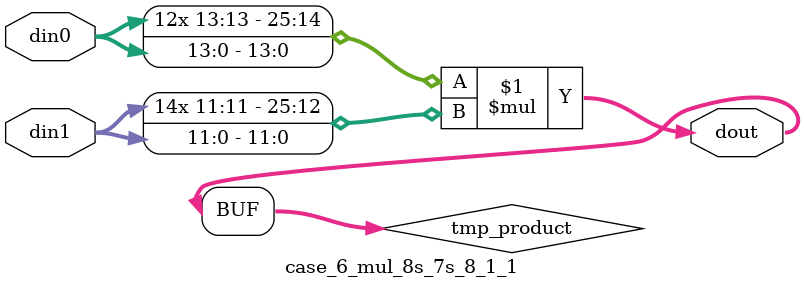
<source format=v>

`timescale 1 ns / 1 ps

 module case_6_mul_8s_7s_8_1_1(din0, din1, dout);
parameter ID = 1;
parameter NUM_STAGE = 0;
parameter din0_WIDTH = 14;
parameter din1_WIDTH = 12;
parameter dout_WIDTH = 26;

input [din0_WIDTH - 1 : 0] din0; 
input [din1_WIDTH - 1 : 0] din1; 
output [dout_WIDTH - 1 : 0] dout;

wire signed [dout_WIDTH - 1 : 0] tmp_product;



























assign tmp_product = $signed(din0) * $signed(din1);








assign dout = tmp_product;





















endmodule

</source>
